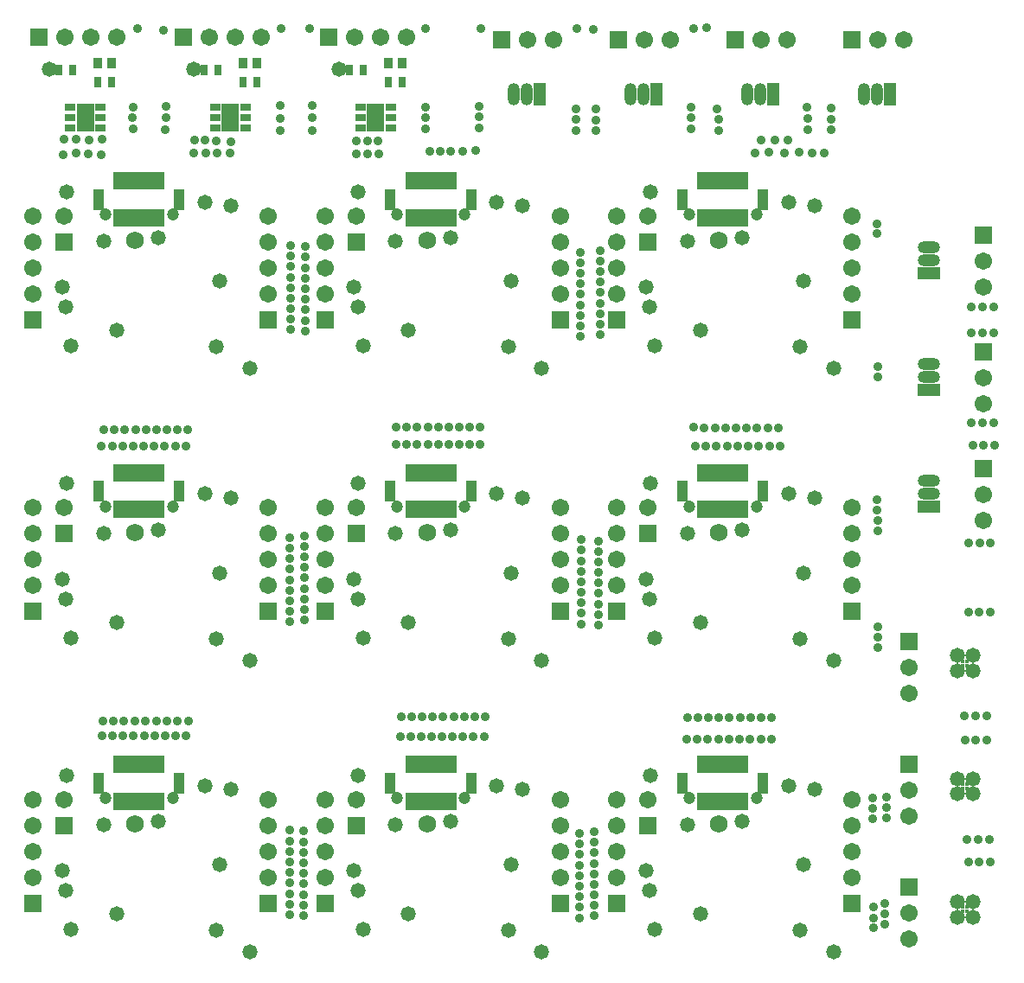
<source format=gts>
G04*
G04 #@! TF.GenerationSoftware,Altium Limited,Altium Designer,19.0.11 (319)*
G04*
G04 Layer_Color=8388736*
%FSLAX25Y25*%
%MOIN*%
G70*
G01*
G75*
%ADD38R,0.03359X0.04343*%
%ADD39R,0.03162X0.04147*%
%ADD40R,0.04147X0.02572*%
%ADD41R,0.07099X0.10642*%
%ADD42R,0.03950X0.07887*%
%ADD43R,0.01981X0.07099*%
%ADD44C,0.01635*%
%ADD45C,0.03600*%
%ADD46C,0.06706*%
%ADD47R,0.06706X0.06706*%
%ADD48C,0.05800*%
%ADD49R,0.06706X0.06706*%
%ADD50O,0.08674X0.04737*%
%ADD51R,0.08674X0.04737*%
%ADD52C,0.06800*%
%ADD53C,0.04737*%
%ADD54O,0.04737X0.08674*%
%ADD55R,0.04737X0.08674*%
D38*
X31721Y364347D02*
D03*
X37035D02*
D03*
X87697D02*
D03*
X93012D02*
D03*
X143673D02*
D03*
X148988D02*
D03*
D39*
X16941Y361530D02*
D03*
X22059D02*
D03*
X37059Y357000D02*
D03*
X31941D02*
D03*
X72917Y361530D02*
D03*
X78035D02*
D03*
X93035Y357000D02*
D03*
X87917D02*
D03*
X128894Y361530D02*
D03*
X134012D02*
D03*
X149012Y357000D02*
D03*
X143894D02*
D03*
D40*
X21291Y347374D02*
D03*
Y343437D02*
D03*
Y339500D02*
D03*
X32709D02*
D03*
Y343437D02*
D03*
Y347374D02*
D03*
X77268D02*
D03*
Y343437D02*
D03*
Y339500D02*
D03*
X88685D02*
D03*
Y343437D02*
D03*
Y347374D02*
D03*
X133244D02*
D03*
Y343437D02*
D03*
Y339500D02*
D03*
X144661D02*
D03*
Y343437D02*
D03*
Y347374D02*
D03*
D41*
X27000Y343437D02*
D03*
X82976D02*
D03*
X138953D02*
D03*
D42*
X32135Y311812D02*
D03*
X63237D02*
D03*
X32135Y199312D02*
D03*
X63237D02*
D03*
X32135Y86812D02*
D03*
X63237D02*
D03*
X144635Y311812D02*
D03*
X175737D02*
D03*
X144635Y199312D02*
D03*
X175737D02*
D03*
X144635Y86812D02*
D03*
X175737D02*
D03*
X257135Y311812D02*
D03*
X288237D02*
D03*
X257135Y199312D02*
D03*
X288237D02*
D03*
X257135Y86812D02*
D03*
X288237D02*
D03*
D43*
X38827Y304725D02*
D03*
Y318899D02*
D03*
X40796Y304725D02*
D03*
Y318899D02*
D03*
X42764Y304725D02*
D03*
Y318899D02*
D03*
X44733Y304725D02*
D03*
Y318899D02*
D03*
X46701Y304725D02*
D03*
Y318899D02*
D03*
X48670Y304725D02*
D03*
Y318899D02*
D03*
X50639Y304725D02*
D03*
Y318899D02*
D03*
X52607Y304725D02*
D03*
Y318899D02*
D03*
X54576Y304725D02*
D03*
Y318899D02*
D03*
X56544Y304725D02*
D03*
Y318899D02*
D03*
X38827Y192225D02*
D03*
Y206399D02*
D03*
X40796Y192225D02*
D03*
Y206399D02*
D03*
X42764Y192225D02*
D03*
Y206399D02*
D03*
X44733Y192225D02*
D03*
Y206399D02*
D03*
X46701Y192225D02*
D03*
Y206399D02*
D03*
X48670Y192225D02*
D03*
Y206399D02*
D03*
X50639Y192225D02*
D03*
Y206399D02*
D03*
X52607Y192225D02*
D03*
Y206399D02*
D03*
X54576Y192225D02*
D03*
Y206399D02*
D03*
X56544Y192225D02*
D03*
Y206399D02*
D03*
X38827Y79725D02*
D03*
Y93898D02*
D03*
X40796Y79725D02*
D03*
Y93898D02*
D03*
X42764Y79725D02*
D03*
Y93898D02*
D03*
X44733Y79725D02*
D03*
Y93898D02*
D03*
X46701Y79725D02*
D03*
Y93898D02*
D03*
X48670Y79725D02*
D03*
Y93898D02*
D03*
X50639Y79725D02*
D03*
Y93898D02*
D03*
X52607Y79725D02*
D03*
Y93898D02*
D03*
X54576Y79725D02*
D03*
Y93898D02*
D03*
X56544Y79725D02*
D03*
Y93898D02*
D03*
X151328Y304725D02*
D03*
Y318899D02*
D03*
X153296Y304725D02*
D03*
Y318899D02*
D03*
X155264Y304725D02*
D03*
Y318899D02*
D03*
X157233Y304725D02*
D03*
Y318899D02*
D03*
X159202Y304725D02*
D03*
Y318899D02*
D03*
X161170Y304725D02*
D03*
Y318899D02*
D03*
X163138Y304725D02*
D03*
Y318899D02*
D03*
X165107Y304725D02*
D03*
Y318899D02*
D03*
X167076Y304725D02*
D03*
Y318899D02*
D03*
X169044Y304725D02*
D03*
Y318899D02*
D03*
X151328Y192225D02*
D03*
Y206399D02*
D03*
X153296Y192225D02*
D03*
Y206399D02*
D03*
X155264Y192225D02*
D03*
Y206399D02*
D03*
X157233Y192225D02*
D03*
Y206399D02*
D03*
X159202Y192225D02*
D03*
Y206399D02*
D03*
X161170Y192225D02*
D03*
Y206399D02*
D03*
X163138Y192225D02*
D03*
Y206399D02*
D03*
X165107Y192225D02*
D03*
Y206399D02*
D03*
X167076Y192225D02*
D03*
Y206399D02*
D03*
X169044Y192225D02*
D03*
Y206399D02*
D03*
X151328Y79725D02*
D03*
Y93898D02*
D03*
X153296Y79725D02*
D03*
Y93898D02*
D03*
X155264Y79725D02*
D03*
Y93898D02*
D03*
X157233Y79725D02*
D03*
Y93898D02*
D03*
X159202Y79725D02*
D03*
Y93898D02*
D03*
X161170Y79725D02*
D03*
Y93898D02*
D03*
X163138Y79725D02*
D03*
Y93898D02*
D03*
X165107Y79725D02*
D03*
Y93898D02*
D03*
X167076Y79725D02*
D03*
Y93898D02*
D03*
X169044Y79725D02*
D03*
Y93898D02*
D03*
X263827Y304725D02*
D03*
Y318899D02*
D03*
X265796Y304725D02*
D03*
Y318899D02*
D03*
X267764Y304725D02*
D03*
Y318899D02*
D03*
X269733Y304725D02*
D03*
Y318899D02*
D03*
X271702Y304725D02*
D03*
Y318899D02*
D03*
X273670Y304725D02*
D03*
Y318899D02*
D03*
X275639Y304725D02*
D03*
Y318899D02*
D03*
X277607Y304725D02*
D03*
Y318899D02*
D03*
X279575Y304725D02*
D03*
Y318899D02*
D03*
X281544Y304725D02*
D03*
Y318899D02*
D03*
X263827Y192225D02*
D03*
Y206399D02*
D03*
X265796Y192225D02*
D03*
Y206399D02*
D03*
X267764Y192225D02*
D03*
Y206399D02*
D03*
X269733Y192225D02*
D03*
Y206399D02*
D03*
X271702Y192225D02*
D03*
Y206399D02*
D03*
X273670Y192225D02*
D03*
Y206399D02*
D03*
X275639Y192225D02*
D03*
Y206399D02*
D03*
X277607Y192225D02*
D03*
Y206399D02*
D03*
X279575Y192225D02*
D03*
Y206399D02*
D03*
X281544Y192225D02*
D03*
Y206399D02*
D03*
X263827Y79725D02*
D03*
Y93898D02*
D03*
X265796Y79725D02*
D03*
Y93898D02*
D03*
X267764Y79725D02*
D03*
Y93898D02*
D03*
X269733Y79725D02*
D03*
Y93898D02*
D03*
X271702Y79725D02*
D03*
Y93898D02*
D03*
X273670Y79725D02*
D03*
Y93898D02*
D03*
X275639Y79725D02*
D03*
Y93898D02*
D03*
X277607Y79725D02*
D03*
Y93898D02*
D03*
X279575Y79725D02*
D03*
Y93898D02*
D03*
X281544Y79725D02*
D03*
Y93898D02*
D03*
D44*
X365213Y38850D02*
D03*
X366787D02*
D03*
X365213Y37276D02*
D03*
X366787D02*
D03*
X365213Y86287D02*
D03*
X366787D02*
D03*
X365213Y84713D02*
D03*
X366787D02*
D03*
X365213Y133724D02*
D03*
X366787D02*
D03*
X365213Y132150D02*
D03*
X366787D02*
D03*
D45*
X266450Y377900D02*
D03*
X261400Y377750D02*
D03*
X222850Y377300D02*
D03*
X216450Y377600D02*
D03*
X332100Y302500D02*
D03*
Y298596D02*
D03*
X332400Y183959D02*
D03*
X18700Y334950D02*
D03*
X18450Y329150D02*
D03*
X83050Y334100D02*
D03*
X82750Y329650D02*
D03*
X140200Y329400D02*
D03*
X135900Y329450D02*
D03*
X131641Y329400D02*
D03*
X302300Y329850D02*
D03*
X296550Y329800D02*
D03*
X307100Y329650D02*
D03*
X311750Y329700D02*
D03*
X177550Y330600D02*
D03*
X172550Y330450D02*
D03*
X179350Y377700D02*
D03*
X158300Y377550D02*
D03*
X102400Y377700D02*
D03*
X113500D02*
D03*
X45600Y347400D02*
D03*
X45115Y343250D02*
D03*
X45344Y339000D02*
D03*
X58100Y347600D02*
D03*
X58215Y343300D02*
D03*
X57978Y338596D02*
D03*
X375850Y152650D02*
D03*
X371596D02*
D03*
X367341D02*
D03*
X374350Y112802D02*
D03*
X370096D02*
D03*
X365841D02*
D03*
X314500Y346950D02*
D03*
Y342796D02*
D03*
Y338641D02*
D03*
X47150Y377550D02*
D03*
X57250Y377150D02*
D03*
X159791Y330300D02*
D03*
X163846D02*
D03*
X167900D02*
D03*
X335750Y73291D02*
D03*
Y77246D02*
D03*
Y81200D02*
D03*
X290600Y329850D02*
D03*
X285050Y329800D02*
D03*
X111550Y153687D02*
D03*
Y157741D02*
D03*
Y161796D02*
D03*
Y149583D02*
D03*
Y169904D02*
D03*
Y173959D02*
D03*
Y178013D02*
D03*
Y165850D02*
D03*
Y182117D02*
D03*
X105800Y181417D02*
D03*
Y165150D02*
D03*
Y177313D02*
D03*
Y173259D02*
D03*
Y169204D02*
D03*
Y148883D02*
D03*
Y161096D02*
D03*
Y157041D02*
D03*
Y152987D02*
D03*
X270984Y338491D02*
D03*
Y342646D02*
D03*
X270643Y346750D02*
D03*
X305350Y338641D02*
D03*
Y343100D02*
D03*
X305300Y347354D02*
D03*
X260650Y339091D02*
D03*
Y343196D02*
D03*
Y347300D02*
D03*
X223800Y338341D02*
D03*
Y342496D02*
D03*
Y346600D02*
D03*
X216049Y338491D02*
D03*
Y342646D02*
D03*
Y346750D02*
D03*
X178750Y339491D02*
D03*
Y343646D02*
D03*
Y347800D02*
D03*
X158300Y339091D02*
D03*
Y343196D02*
D03*
Y347300D02*
D03*
X114573Y338396D02*
D03*
X114623Y343300D02*
D03*
X114600Y347900D02*
D03*
X102123Y338200D02*
D03*
X102136Y343100D02*
D03*
X102273Y347950D02*
D03*
X369041Y217100D02*
D03*
X373296D02*
D03*
X377550D02*
D03*
X368491Y225750D02*
D03*
X372746D02*
D03*
X377000D02*
D03*
X368641Y260437D02*
D03*
X372896D02*
D03*
X377150D02*
D03*
X368641Y270450D02*
D03*
X372896D02*
D03*
X377150D02*
D03*
X332250Y195900D02*
D03*
Y191946D02*
D03*
X332400Y187950D02*
D03*
X332600Y146850D02*
D03*
Y142896D02*
D03*
Y138941D02*
D03*
X330375Y80900D02*
D03*
Y76946D02*
D03*
Y72991D02*
D03*
X330750Y38900D02*
D03*
Y34796D02*
D03*
Y30841D02*
D03*
X335050Y32241D02*
D03*
Y36346D02*
D03*
Y40450D02*
D03*
X367396Y56450D02*
D03*
X371650D02*
D03*
X375904D02*
D03*
X366841Y65050D02*
D03*
X371096D02*
D03*
X375350D02*
D03*
X365991Y103302D02*
D03*
X370246D02*
D03*
X374500D02*
D03*
X375950Y179250D02*
D03*
X371696D02*
D03*
X367441D02*
D03*
X332400Y243296D02*
D03*
Y247200D02*
D03*
X287634Y334596D02*
D03*
X292884D02*
D03*
X297884Y334646D02*
D03*
X131491Y334250D02*
D03*
X135750Y334300D02*
D03*
X139850Y334400D02*
D03*
X77850Y329700D02*
D03*
X73450Y329800D02*
D03*
X68891Y329700D02*
D03*
X77650Y334500D02*
D03*
X73150Y334700D02*
D03*
X69041Y334750D02*
D03*
X33250Y329100D02*
D03*
X28200Y329300D02*
D03*
X23550Y329600D02*
D03*
X33400Y334950D02*
D03*
X28500Y334800D02*
D03*
X23350Y335000D02*
D03*
X225450Y288046D02*
D03*
Y283991D02*
D03*
Y279937D02*
D03*
Y292100D02*
D03*
Y271829D02*
D03*
Y267724D02*
D03*
Y263670D02*
D03*
Y275883D02*
D03*
Y259616D02*
D03*
X217850Y258944D02*
D03*
Y275212D02*
D03*
Y262999D02*
D03*
Y267053D02*
D03*
Y271157D02*
D03*
Y291429D02*
D03*
Y279266D02*
D03*
Y283320D02*
D03*
Y287374D02*
D03*
X111750Y289546D02*
D03*
Y285491D02*
D03*
Y281437D02*
D03*
Y293600D02*
D03*
Y273329D02*
D03*
Y269274D02*
D03*
Y265170D02*
D03*
Y277383D02*
D03*
Y261116D02*
D03*
X106050Y261516D02*
D03*
Y277783D02*
D03*
Y265570D02*
D03*
Y269674D02*
D03*
Y273729D02*
D03*
Y294000D02*
D03*
Y281837D02*
D03*
Y285891D02*
D03*
Y289946D02*
D03*
X61661Y216600D02*
D03*
X57607D02*
D03*
X53553D02*
D03*
X65716D02*
D03*
X45544D02*
D03*
X41390D02*
D03*
X37336D02*
D03*
X49549D02*
D03*
X33281D02*
D03*
X34066Y223150D02*
D03*
X50333D02*
D03*
X38120D02*
D03*
X42174D02*
D03*
X46329D02*
D03*
X66550D02*
D03*
X54337D02*
D03*
X58441D02*
D03*
X62496D02*
D03*
X175246Y217450D02*
D03*
X171241D02*
D03*
X167187D02*
D03*
X179300D02*
D03*
X159029D02*
D03*
X154974D02*
D03*
X150970D02*
D03*
X163133D02*
D03*
X146966D02*
D03*
Y223950D02*
D03*
X163133D02*
D03*
X150970D02*
D03*
X154974D02*
D03*
X159029D02*
D03*
X179300D02*
D03*
X167187D02*
D03*
X171241D02*
D03*
X175246D02*
D03*
X290663Y216650D02*
D03*
X286509D02*
D03*
X282454D02*
D03*
X294817D02*
D03*
X274346D02*
D03*
X270291D02*
D03*
X266187D02*
D03*
X278400D02*
D03*
X262133D02*
D03*
X261617Y223950D02*
D03*
X277850Y223750D02*
D03*
X265637D02*
D03*
X269691D02*
D03*
X273796D02*
D03*
X294267D02*
D03*
X281904D02*
D03*
X285959D02*
D03*
X290113D02*
D03*
X218100Y152220D02*
D03*
Y156274D02*
D03*
Y160329D02*
D03*
Y148116D02*
D03*
Y168437D02*
D03*
Y172491D02*
D03*
Y176546D02*
D03*
Y164383D02*
D03*
Y180600D02*
D03*
X224800Y180150D02*
D03*
Y163933D02*
D03*
Y176096D02*
D03*
Y172041D02*
D03*
Y167987D02*
D03*
Y147666D02*
D03*
Y159879D02*
D03*
Y155824D02*
D03*
Y151770D02*
D03*
X263070Y111900D02*
D03*
X267124D02*
D03*
X271229D02*
D03*
X259016D02*
D03*
X279337D02*
D03*
X283391D02*
D03*
X287546D02*
D03*
X275283D02*
D03*
X291600D02*
D03*
X291450Y103670D02*
D03*
X275083D02*
D03*
X287346D02*
D03*
X283191D02*
D03*
X279137D02*
D03*
X258816D02*
D03*
X271029D02*
D03*
X266924D02*
D03*
X262870D02*
D03*
X223000Y63996D02*
D03*
Y59941D02*
D03*
Y55837D02*
D03*
Y68100D02*
D03*
Y47729D02*
D03*
Y43674D02*
D03*
Y39620D02*
D03*
Y51783D02*
D03*
Y35516D02*
D03*
X217600Y34816D02*
D03*
Y51083D02*
D03*
Y38920D02*
D03*
Y42974D02*
D03*
Y47029D02*
D03*
Y67400D02*
D03*
Y55137D02*
D03*
Y59241D02*
D03*
Y63296D02*
D03*
X176646Y104750D02*
D03*
X172641D02*
D03*
X168637D02*
D03*
X180750D02*
D03*
X160529D02*
D03*
X156374D02*
D03*
X152370D02*
D03*
X164583D02*
D03*
X148366D02*
D03*
X148766Y112350D02*
D03*
X164983D02*
D03*
X152770D02*
D03*
X156774D02*
D03*
X160929D02*
D03*
X181150D02*
D03*
X169037D02*
D03*
X173041D02*
D03*
X177046D02*
D03*
X105800Y40070D02*
D03*
Y44124D02*
D03*
Y48179D02*
D03*
Y35966D02*
D03*
Y56287D02*
D03*
Y60391D02*
D03*
Y64446D02*
D03*
Y52233D02*
D03*
Y68550D02*
D03*
X111300Y68250D02*
D03*
Y51933D02*
D03*
Y64146D02*
D03*
Y60091D02*
D03*
Y55987D02*
D03*
Y35666D02*
D03*
Y47879D02*
D03*
Y43824D02*
D03*
Y39770D02*
D03*
X37420Y105100D02*
D03*
X41474D02*
D03*
X45629D02*
D03*
X33366D02*
D03*
X53687D02*
D03*
X57691D02*
D03*
X61796D02*
D03*
X49683D02*
D03*
X65850D02*
D03*
X66700Y110550D02*
D03*
X50283D02*
D03*
X62596D02*
D03*
X58491D02*
D03*
X54337D02*
D03*
X33766D02*
D03*
X46179D02*
D03*
X41974D02*
D03*
X37870D02*
D03*
D46*
X39000Y374198D02*
D03*
X29000D02*
D03*
X19000D02*
D03*
X94976D02*
D03*
X84976D02*
D03*
X74976D02*
D03*
X150953D02*
D03*
X140953D02*
D03*
X130953D02*
D03*
X373000Y278000D02*
D03*
Y288000D02*
D03*
Y233000D02*
D03*
Y243000D02*
D03*
Y188000D02*
D03*
Y198000D02*
D03*
X18902Y305499D02*
D03*
X97601D02*
D03*
Y295498D02*
D03*
Y285498D02*
D03*
Y275499D02*
D03*
X6901D02*
D03*
Y285498D02*
D03*
Y295498D02*
D03*
Y305499D02*
D03*
X18902Y192999D02*
D03*
X97601D02*
D03*
Y182999D02*
D03*
Y172998D02*
D03*
Y162998D02*
D03*
X6901D02*
D03*
Y172998D02*
D03*
Y182999D02*
D03*
Y192999D02*
D03*
X18902Y80498D02*
D03*
X97601D02*
D03*
Y70499D02*
D03*
Y60498D02*
D03*
Y50498D02*
D03*
X6901D02*
D03*
Y60498D02*
D03*
Y70499D02*
D03*
Y80498D02*
D03*
X131402Y305499D02*
D03*
X210102D02*
D03*
Y295498D02*
D03*
Y285498D02*
D03*
Y275499D02*
D03*
X119402D02*
D03*
Y285498D02*
D03*
Y295498D02*
D03*
Y305499D02*
D03*
X131402Y192999D02*
D03*
X210102D02*
D03*
Y182999D02*
D03*
Y172998D02*
D03*
Y162998D02*
D03*
X119402D02*
D03*
Y172998D02*
D03*
Y182999D02*
D03*
Y192999D02*
D03*
X131402Y80498D02*
D03*
X210102D02*
D03*
Y70499D02*
D03*
Y60498D02*
D03*
Y50498D02*
D03*
X119402D02*
D03*
Y60498D02*
D03*
Y70499D02*
D03*
Y80498D02*
D03*
X243901Y305499D02*
D03*
X322602D02*
D03*
Y295498D02*
D03*
Y285498D02*
D03*
Y275499D02*
D03*
X231902D02*
D03*
Y285498D02*
D03*
Y295498D02*
D03*
Y305499D02*
D03*
X243901Y192999D02*
D03*
X322602D02*
D03*
Y182999D02*
D03*
Y172998D02*
D03*
Y162998D02*
D03*
X231902D02*
D03*
Y172998D02*
D03*
Y182999D02*
D03*
Y192999D02*
D03*
X243901Y80498D02*
D03*
X322602D02*
D03*
Y70499D02*
D03*
Y60498D02*
D03*
Y50498D02*
D03*
X231902D02*
D03*
Y60498D02*
D03*
Y70499D02*
D03*
Y80498D02*
D03*
X344500Y36563D02*
D03*
Y26563D02*
D03*
Y84000D02*
D03*
Y74000D02*
D03*
Y131437D02*
D03*
Y121437D02*
D03*
X207500Y373500D02*
D03*
X197500D02*
D03*
X252500D02*
D03*
X242500D02*
D03*
X297500D02*
D03*
X287500D02*
D03*
X342500D02*
D03*
X332500D02*
D03*
D47*
X9000Y374198D02*
D03*
X64976D02*
D03*
X120953D02*
D03*
X187500Y373500D02*
D03*
X232500D02*
D03*
X277500D02*
D03*
X322500D02*
D03*
D48*
X13000Y361854D02*
D03*
X68976D02*
D03*
X124953D02*
D03*
X18001Y277998D02*
D03*
X39002Y261198D02*
D03*
X21501Y255199D02*
D03*
X19501Y270198D02*
D03*
X78802Y280298D02*
D03*
X77501Y254998D02*
D03*
X90333Y246599D02*
D03*
X34001Y295599D02*
D03*
X19702Y314699D02*
D03*
X55301Y296999D02*
D03*
X73001Y310799D02*
D03*
X83101Y309198D02*
D03*
X18001Y165498D02*
D03*
X39002Y148698D02*
D03*
X21501Y142699D02*
D03*
X19501Y157699D02*
D03*
X78802Y167798D02*
D03*
X77501Y142499D02*
D03*
X90333Y134098D02*
D03*
X34001Y183098D02*
D03*
X19702Y202199D02*
D03*
X55301Y184499D02*
D03*
X73001Y198299D02*
D03*
X83101Y196698D02*
D03*
X18001Y52999D02*
D03*
X39002Y36198D02*
D03*
X21501Y30198D02*
D03*
X19501Y45199D02*
D03*
X78802Y55299D02*
D03*
X77501Y29998D02*
D03*
X90333Y21599D02*
D03*
X34001Y70599D02*
D03*
X19702Y89698D02*
D03*
X55301Y71999D02*
D03*
X73001Y85799D02*
D03*
X83101Y84198D02*
D03*
X130501Y277998D02*
D03*
X151502Y261198D02*
D03*
X134002Y255199D02*
D03*
X132001Y270198D02*
D03*
X191302Y280298D02*
D03*
X190001Y254998D02*
D03*
X202833Y246599D02*
D03*
X146502Y295599D02*
D03*
X132202Y314699D02*
D03*
X167801Y296999D02*
D03*
X185502Y310799D02*
D03*
X195601Y309198D02*
D03*
X130501Y165498D02*
D03*
X151502Y148698D02*
D03*
X134002Y142699D02*
D03*
X132001Y157699D02*
D03*
X191302Y167798D02*
D03*
X190001Y142499D02*
D03*
X202833Y134098D02*
D03*
X146502Y183098D02*
D03*
X132202Y202199D02*
D03*
X167801Y184499D02*
D03*
X185502Y198299D02*
D03*
X195601Y196698D02*
D03*
X130501Y52999D02*
D03*
X151502Y36198D02*
D03*
X134002Y30198D02*
D03*
X132001Y45199D02*
D03*
X191302Y55299D02*
D03*
X190001Y29998D02*
D03*
X202833Y21599D02*
D03*
X146502Y70599D02*
D03*
X132202Y89698D02*
D03*
X167801Y71999D02*
D03*
X185502Y85799D02*
D03*
X195601Y84198D02*
D03*
X243002Y277998D02*
D03*
X264001Y261198D02*
D03*
X246501Y255199D02*
D03*
X244501Y270198D02*
D03*
X303801Y280298D02*
D03*
X302502Y254998D02*
D03*
X315333Y246599D02*
D03*
X259001Y295599D02*
D03*
X244702Y314699D02*
D03*
X280301Y296999D02*
D03*
X298002Y310799D02*
D03*
X308102Y309198D02*
D03*
X243002Y165498D02*
D03*
X264001Y148698D02*
D03*
X246501Y142699D02*
D03*
X244501Y157699D02*
D03*
X303801Y167798D02*
D03*
X302502Y142499D02*
D03*
X315333Y134098D02*
D03*
X259001Y183098D02*
D03*
X244702Y202199D02*
D03*
X280301Y184499D02*
D03*
X298002Y198299D02*
D03*
X308102Y196698D02*
D03*
X243002Y52999D02*
D03*
X264001Y36198D02*
D03*
X246501Y30198D02*
D03*
X244501Y45199D02*
D03*
X303801Y55299D02*
D03*
X302502Y29998D02*
D03*
X315333Y21599D02*
D03*
X259001Y70599D02*
D03*
X244702Y89698D02*
D03*
X280301Y71999D02*
D03*
X298002Y85799D02*
D03*
X308102Y84198D02*
D03*
X369000Y35099D02*
D03*
X363000D02*
D03*
X369000Y41063D02*
D03*
X363000D02*
D03*
X369000Y82537D02*
D03*
X363000D02*
D03*
X369000Y88500D02*
D03*
X363000D02*
D03*
X369000Y129973D02*
D03*
X363000D02*
D03*
X369000Y135937D02*
D03*
X363000D02*
D03*
D49*
X373000Y298000D02*
D03*
Y253000D02*
D03*
Y208000D02*
D03*
X18902Y295498D02*
D03*
X97601Y265498D02*
D03*
X6901D02*
D03*
X18902Y182999D02*
D03*
X97601Y152998D02*
D03*
X6901D02*
D03*
X18902Y70499D02*
D03*
X97601Y40499D02*
D03*
X6901D02*
D03*
X131402Y295498D02*
D03*
X210102Y265498D02*
D03*
X119402D02*
D03*
X131402Y182999D02*
D03*
X210102Y152998D02*
D03*
X119402D02*
D03*
X131402Y70499D02*
D03*
X210102Y40499D02*
D03*
X119402D02*
D03*
X243901Y295498D02*
D03*
X322602Y265498D02*
D03*
X231902D02*
D03*
X243901Y182999D02*
D03*
X322602Y152998D02*
D03*
X231902D02*
D03*
X243901Y70499D02*
D03*
X322602Y40499D02*
D03*
X231902D02*
D03*
X344500Y46563D02*
D03*
Y94000D02*
D03*
Y141437D02*
D03*
D50*
X352000Y293500D02*
D03*
Y288500D02*
D03*
Y248500D02*
D03*
Y243500D02*
D03*
Y203500D02*
D03*
Y198500D02*
D03*
D51*
Y283500D02*
D03*
Y238500D02*
D03*
Y193500D02*
D03*
D52*
X46202Y295999D02*
D03*
Y183499D02*
D03*
Y70999D02*
D03*
X158702Y295999D02*
D03*
Y183499D02*
D03*
Y70999D02*
D03*
X271201Y295999D02*
D03*
Y183499D02*
D03*
Y70999D02*
D03*
D53*
X34694Y305906D02*
D03*
X60678D02*
D03*
X34694Y193406D02*
D03*
X60678D02*
D03*
X34694Y80906D02*
D03*
X60678D02*
D03*
X147194Y305906D02*
D03*
X173178D02*
D03*
X147194Y193406D02*
D03*
X173178D02*
D03*
X147194Y80906D02*
D03*
X173178D02*
D03*
X259694Y305906D02*
D03*
X285678D02*
D03*
X259694Y193406D02*
D03*
X285678D02*
D03*
X259694Y80906D02*
D03*
X285678D02*
D03*
D54*
X192000Y352500D02*
D03*
X197000D02*
D03*
X237000D02*
D03*
X242000D02*
D03*
X282000D02*
D03*
X287000D02*
D03*
X327000D02*
D03*
X332000D02*
D03*
D55*
X202000D02*
D03*
X247000D02*
D03*
X292000D02*
D03*
X337000D02*
D03*
M02*

</source>
